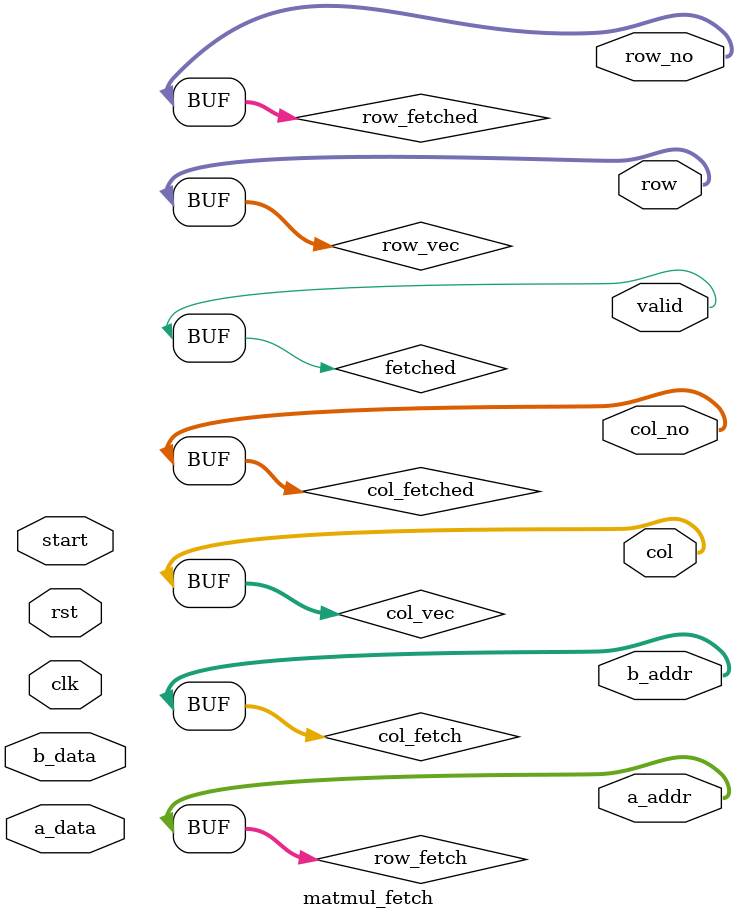
<source format=v>
/*
 * Copyright 2023 Max Planck Institute for Software Systems, and
 * National University of Singapore
 *
 * Permission is hereby granted, free of charge, to any person obtaining
 * a copy of this software and associated documentation files (the
 * "Software"), to deal in the Software without restriction, including
 * without limitation the rights to use, copy, modify, merge, publish,
 * distribute, sublicense, and/or sell copies of the Software, and to
 * permit persons to whom the Software is furnished to do so, subject to
 * the following conditions:
 *
 * The above copyright notice and this permission notice shall be
 * included in all copies or substantial portions of the Software.
 *
 * THE SOFTWARE IS PROVIDED "AS IS", WITHOUT WARRANTY OF ANY KIND,
 * EXPRESS OR IMPLIED, INCLUDING BUT NOT LIMITED TO THE WARRANTIES OF
 * MERCHANTABILITY, FITNESS FOR A PARTICULAR PURPOSE AND NONINFRINGEMENT.
 * IN NO EVENT SHALL THE AUTHORS OR COPYRIGHT HOLDERS BE LIABLE FOR ANY
 * CLAIM, DAMAGES OR OTHER LIABILITY, WHETHER IN AN ACTION OF CONTRACT,
 * TORT OR OTHERWISE, ARISING FROM, OUT OF OR IN CONNECTION WITH THE
 * SOFTWARE OR THE USE OR OTHER DEALINGS IN THE SOFTWARE.
 */

/**
 * This module implements the fetch state of the matmul. Fetches row vectors
 * from the left matrix and column vectors of the second matrix output cell by
 * output cell. Iterates through columns and then rows.
 *
 * Accesses A and B memories through a/b_addr/data. Note that the data value
 * appears in the cycle after addr has been set.
 *
 * We then store the results in registers, and output them in the following
 * cycle to row/col(_no). Valid is asserted to 1 whenever the output row/col
 * hold valid data.
 *
 * This is effectively a 2 stage pipeline. One stage generates addresses to
 * fetch, and the second one takes the outputs and passes them on a cycle later.
 */
module matmul_fetch #(parameter
  MUL_SIZE = 8,
  ADDR_BITS = $clog2(MUL_SIZE)
) (
  input  clk,
  input  rst,

  /* Memory Hookups */
  output [ADDR_BITS - 1:0] a_addr,
  input  [MUL_SIZE * 8 - 1:0] a_data,
  output [ADDR_BITS - 1:0] b_addr,   /* remember B memory is transposed */
  input [MUL_SIZE * 8 - 1:0] b_data, 

  /* Handshake: request to start an operation */
  input start,
  /* Handshake: output row and column along with *_no are valid */
  output valid,

  /* Output row and column */
  output [ADDR_BITS - 1:0] row_no,
  output [8 * MUL_SIZE - 1:0] row,
  output [ADDR_BITS - 1:0] col_no,
  output [8 * MUL_SIZE - 1:0] col
);

  parameter last_idx = {ADDR_BITS{1'b1}};

  /* track if we are actively fetching (internal) */
  reg fetching;

  /* register that outputs whether something was fetched (fetching delayed by
     one cycle) */
  reg fetched;
  assign valid = fetched;

  /* hold addresses to fetch */
  reg [ADDR_BITS - 1:0] row_fetch;
  reg [ADDR_BITS - 1:0] col_fetch;
  assign a_addr = row_fetch;
  assign b_addr = col_fetch;

  /* register for fetched row and column as well as numbers thereof */
  reg [ADDR_BITS - 1:0] row_fetched;
  reg [ADDR_BITS - 1:0] col_fetched;
  reg [8 * MUL_SIZE - 1:0] row_vec;
  reg [8 * MUL_SIZE - 1:0] col_vec;
  assign row_no = row_fetched;
  assign row = row_vec;
  assign col_no = col_fetched;
  assign col = col_vec;

  /* state machine */
  always @ (posedge clk) begin
    if (rst) begin
      /* FILL ME IN */
    end else begin
      /* start off fetching if it was not running and start requested */
      if (!fetching && start) begin
        /* FILL ME IN */
      end

      /* fetching state machine */
      if (fetching) begin
        /* FILL ME IN */
      end
    end
  end
endmodule


</source>
